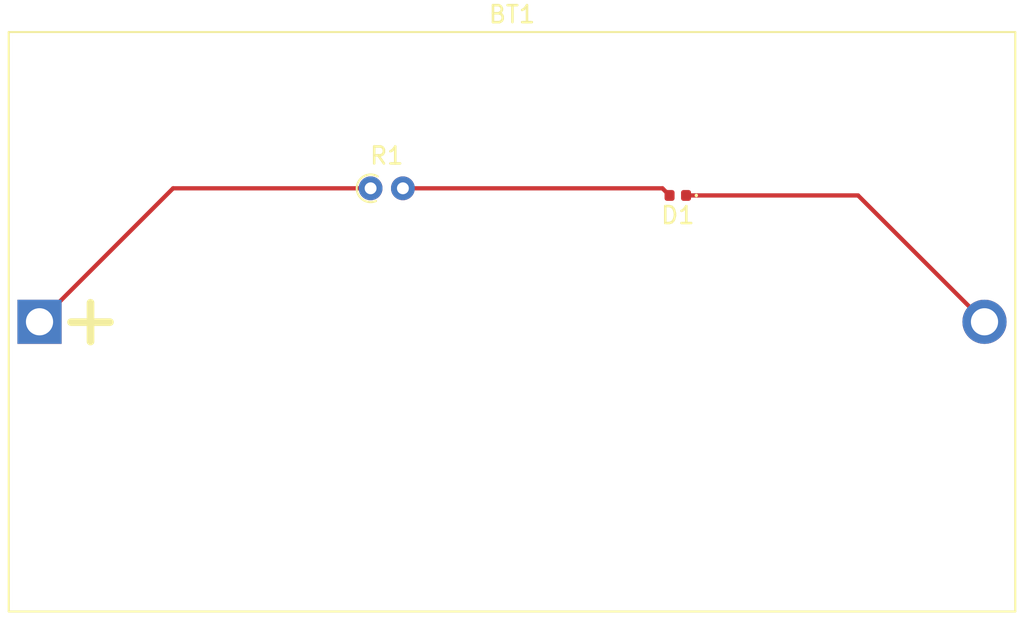
<source format=kicad_pcb>
(kicad_pcb (version 20221018) (generator pcbnew)
  (title_block (date "2023-04-21"))
  (layers (0 "F.Cu" signal) (31 "B.Cu" signal) (34 "B.Paste" user) (35 "F.Paste" user) (36 "B.SilkS" user "B.Silkscreen") (37 "F.SilkS" user "F.Silkscreen") (38 "B.Mask" user) (39 "F.Mask" user) (44 "Edge.Cuts" user))
  (net 0 "")
  (net 1 "VCC")
  (net 2 "GND")
  (net 3 "/led")
  (footprint "Battery:BatteryHolder_Bulgin_BX0036_1xC" (layer "F.Cu") (at 106.96 91.44)
    (fp_text reference "BT1" (at 27.8 -18.1) (layer "F.SilkS"))
    (fp_text value "3v")
    (fp_text user "+" (at 3 -0.2) (layer "F.SilkS") (effects (font (size 3 3) (thickness 0.45))))
    (fp_line (start -1.81 -17.06) (end -1.81 17.06) (stroke (width 0.12)) (layer "F.SilkS"))
    (fp_line (start -1.81 -17.06) (end 57.41 -17.06) (stroke (width 0.12)) (layer "F.SilkS"))
    (fp_line (start -1.81 17.06) (end 57.41 17.06) (stroke (width 0.12)) (layer "F.SilkS"))
    (fp_line (start 57.41 -17.06) (end 57.41 17.06) (stroke (width 0.12)) (layer "F.SilkS"))
    (pad "" np_thru_hole circle (at 11.9 0) (size 3.8 3.8) (drill 3.8) (layers "*.Cu" "*.Mask"))
    (pad "" np_thru_hole circle (at 43.7 0) (size 3.8 3.8) (drill 3.8) (layers "*.Cu" "*.Mask"))
    (pad "1" thru_hole rect (at 0 0) (size 2.6 2.6) (drill 1.6) (layers "*.Cu" "*.Mask") (net 1 "VCC"))
    (pad "2" thru_hole circle (at 55.6 0) (size 2.6 2.6) (drill 1.6) (layers "*.Cu" "*.Mask") (net 2 "GND"))
  )
  (footprint "LED_SMD:LED_0402_1005Metric" (layer "F.Cu") (at 144.515 84 180)
    (fp_text reference "D1" (at 0 -1.17) (layer "F.SilkS"))
    (fp_text value "red")
    (fp_circle (center -1.09 0) (end -1.04 0) (stroke (width 0.1)) (fill none) (layer "F.SilkS"))
    (pad "1" smd roundrect (at -0.485 0 180) (size 0.59 0.64) (layers "F.Cu" "F.Paste" "F.Mask") (net 2 "GND"))
    (pad "2" smd roundrect (at 0.485 0 180) (size 0.59 0.64) (layers "F.Cu" "F.Paste" "F.Mask") (net 3 "/led"))
  )
  (footprint "Resistor_THT:R_Axial_DIN0204_L3.6mm_D1.6mm_P1.90mm_Vertical" (layer "F.Cu") (at 126.44 83.58)
    (fp_text reference "R1" (at 0.95 -1.92) (layer "F.SilkS"))
    (fp_text value "1k")
    (fp_arc (start 0.320095 0.749359) (mid -0.813042 -0.054435) (end 0.417133 -0.7) (stroke (width 0.12)) (layer "F.SilkS"))
    (pad "1" thru_hole circle (at 0 0) (size 1.4 1.4) (drill 0.7) (layers "*.Cu" "*.Mask") (net 1 "VCC"))
    (pad "2" thru_hole oval (at 1.9 0) (size 1.4 1.4) (drill 0.7) (layers "*.Cu" "*.Mask") (net 3 "/led"))
  )
  (segment (start 114.82 83.58) (end 106.96 91.44) (width 0.25) (layer "F.Cu") (net 1))
  (segment (start 126.44 83.58) (end 114.82 83.58) (width 0.25) (layer "F.Cu") (net 1))
  (segment (start 145 84) (end 155.12 84) (width 0.25) (layer "F.Cu") (net 2))
  (segment (start 155.12 84) (end 162.56 91.44) (width 0.25) (layer "F.Cu") (net 2))
  (segment (start 128.34 83.58) (end 143.61 83.58) (width 0.25) (layer "F.Cu") (net 3))
  (segment (start 143.61 83.58) (end 144.03 84) (width 0.25) (layer "F.Cu") (net 3))
)
</source>
